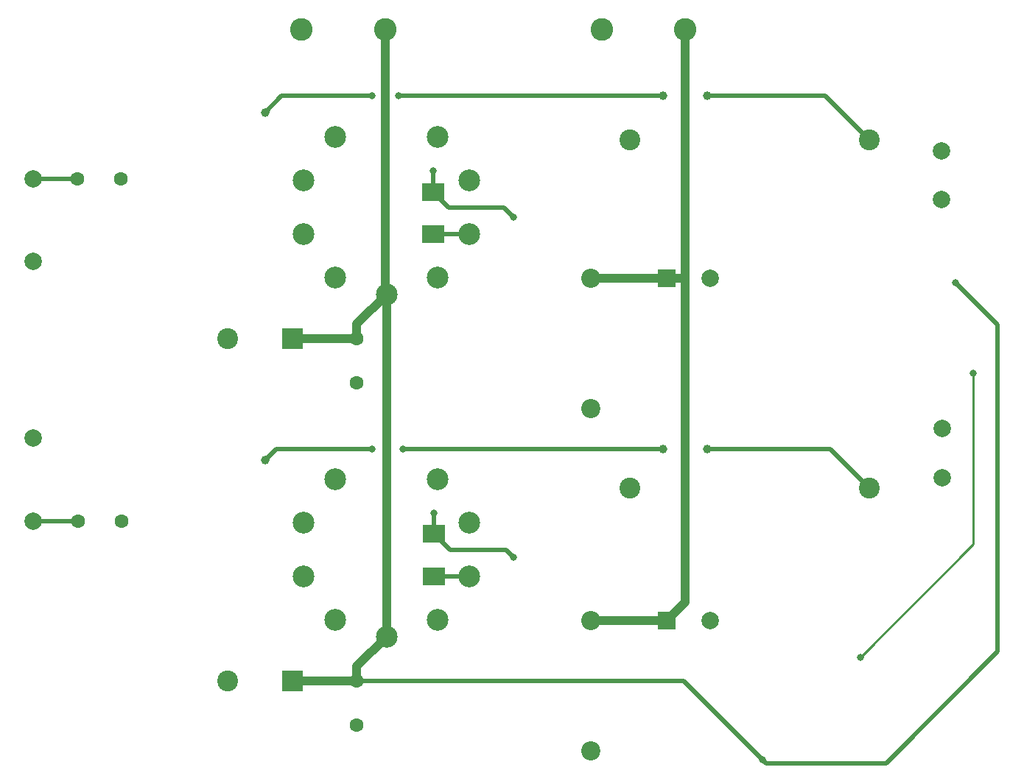
<source format=gbr>
G04 #@! TF.GenerationSoftware,KiCad,Pcbnew,(5.1.10-0-10_14)*
G04 #@! TF.CreationDate,2021-08-01T17:54:09+02:00*
G04 #@! TF.ProjectId,pre-amp-ecc88,7072652d-616d-4702-9d65-636338382e6b,rev?*
G04 #@! TF.SameCoordinates,Original*
G04 #@! TF.FileFunction,Copper,L2,Bot*
G04 #@! TF.FilePolarity,Positive*
%FSLAX46Y46*%
G04 Gerber Fmt 4.6, Leading zero omitted, Abs format (unit mm)*
G04 Created by KiCad (PCBNEW (5.1.10-0-10_14)) date 2021-08-01 17:54:09*
%MOMM*%
%LPD*%
G01*
G04 APERTURE LIST*
G04 #@! TA.AperFunction,ComponentPad*
%ADD10C,2.000000*%
G04 #@! TD*
G04 #@! TA.AperFunction,ComponentPad*
%ADD11R,2.000000X2.000000*%
G04 #@! TD*
G04 #@! TA.AperFunction,ComponentPad*
%ADD12C,2.499360*%
G04 #@! TD*
G04 #@! TA.AperFunction,SMDPad,CuDef*
%ADD13R,2.600000X2.100000*%
G04 #@! TD*
G04 #@! TA.AperFunction,ComponentPad*
%ADD14C,2.400000*%
G04 #@! TD*
G04 #@! TA.AperFunction,ComponentPad*
%ADD15R,2.400000X2.400000*%
G04 #@! TD*
G04 #@! TA.AperFunction,ComponentPad*
%ADD16C,1.600000*%
G04 #@! TD*
G04 #@! TA.AperFunction,ComponentPad*
%ADD17C,2.600000*%
G04 #@! TD*
G04 #@! TA.AperFunction,ComponentPad*
%ADD18C,2.200000*%
G04 #@! TD*
G04 #@! TA.AperFunction,ViaPad*
%ADD19C,1.000000*%
G04 #@! TD*
G04 #@! TA.AperFunction,ViaPad*
%ADD20C,0.800000*%
G04 #@! TD*
G04 #@! TA.AperFunction,Conductor*
%ADD21C,0.500000*%
G04 #@! TD*
G04 #@! TA.AperFunction,Conductor*
%ADD22C,1.000000*%
G04 #@! TD*
G04 #@! TA.AperFunction,Conductor*
%ADD23C,0.250000*%
G04 #@! TD*
G04 APERTURE END LIST*
D10*
X121636800Y-104749600D03*
D11*
X116636800Y-104749600D03*
D10*
X121636800Y-144119600D03*
D11*
X116636800Y-144119600D03*
D12*
X78562200Y-88519000D03*
X74930000Y-93522800D03*
X74930000Y-99695000D03*
X78562200Y-104698800D03*
X84439760Y-106608880D03*
X90317320Y-104698800D03*
X93949520Y-99695000D03*
X93949520Y-93522800D03*
X90317320Y-88519000D03*
X78562200Y-127889000D03*
X74930000Y-132892800D03*
X74930000Y-139065000D03*
X78562200Y-144068800D03*
X84439760Y-145978880D03*
X90317320Y-144068800D03*
X93949520Y-139065000D03*
X93949520Y-132892800D03*
X90317320Y-127889000D03*
D13*
X89789000Y-99732000D03*
X89789000Y-94832000D03*
X89916000Y-139065000D03*
X89916000Y-134165000D03*
D14*
X112395000Y-88900000D03*
X139895000Y-88900000D03*
X112395000Y-128905000D03*
X139895000Y-128905000D03*
X66160000Y-111760000D03*
D15*
X73660000Y-111760000D03*
D16*
X81026000Y-116760000D03*
X81026000Y-111760000D03*
D14*
X66160000Y-151130000D03*
D15*
X73660000Y-151130000D03*
D16*
X81026000Y-156130000D03*
X81026000Y-151130000D03*
D10*
X148209000Y-90106500D03*
X148209000Y-95758000D03*
D17*
X74676000Y-76200000D03*
X84328000Y-76200000D03*
D10*
X43815000Y-102870000D03*
X43815000Y-93345000D03*
D18*
X107886500Y-119775000D03*
X107886500Y-104775000D03*
D16*
X48895000Y-93345000D03*
X53895000Y-93345000D03*
D10*
X148272500Y-127698500D03*
X148272500Y-122047000D03*
D17*
X109220000Y-76200000D03*
X118745000Y-76200000D03*
D10*
X43815000Y-123190000D03*
X43815000Y-132715000D03*
D18*
X107886500Y-159145000D03*
X107886500Y-144145000D03*
D16*
X48975000Y-132715000D03*
X53975000Y-132715000D03*
D19*
X121285000Y-124460000D03*
X116205000Y-124460000D03*
X70485000Y-125730000D03*
D20*
X82804000Y-124460000D03*
X86360000Y-124460000D03*
X127635000Y-160147000D03*
X149860000Y-105283000D03*
D19*
X121285000Y-83820000D03*
X116205000Y-83820000D03*
X70485000Y-85725000D03*
D20*
X82804000Y-83820000D03*
X85852000Y-83820000D03*
X99060000Y-136906000D03*
X89916000Y-131826000D03*
X99060000Y-97790000D03*
X89789000Y-92456000D03*
X138906000Y-148368000D03*
X151892000Y-115697000D03*
D21*
X43815000Y-132715000D02*
X48975000Y-132715000D01*
D22*
X118745000Y-101600000D02*
X118745000Y-76200000D01*
X90410000Y-104791480D02*
X90317320Y-104698800D01*
X90170000Y-144216120D02*
X90317320Y-144068800D01*
X116611400Y-104775000D02*
X116636800Y-104749600D01*
X107911900Y-104749600D02*
X107886500Y-104775000D01*
X116636800Y-104749600D02*
X107911900Y-104749600D01*
X118516400Y-104749600D02*
X118745000Y-104521000D01*
X116636800Y-104749600D02*
X118516400Y-104749600D01*
X118745000Y-101600000D02*
X118745000Y-104521000D01*
X118745000Y-142011400D02*
X116636800Y-144119600D01*
X118745000Y-104521000D02*
X118745000Y-142011400D01*
X107911900Y-144119600D02*
X107886500Y-144145000D01*
X116636800Y-144119600D02*
X107911900Y-144119600D01*
D21*
X116205000Y-124460000D02*
X90170000Y-124460000D01*
X71755000Y-124460000D02*
X70485000Y-125730000D01*
X71755000Y-124460000D02*
X82804000Y-124460000D01*
X86360000Y-124460000D02*
X90170000Y-124460000D01*
X135450000Y-124460000D02*
X139895000Y-128905000D01*
X121285000Y-124460000D02*
X135450000Y-124460000D01*
D22*
X84455000Y-106624120D02*
X84439760Y-106608880D01*
X84455000Y-145994120D02*
X84439760Y-145978880D01*
X84328000Y-106497120D02*
X84439760Y-106608880D01*
X84328000Y-76200000D02*
X84328000Y-106497120D01*
X84439760Y-106608880D02*
X84439760Y-145978880D01*
X81026000Y-110022640D02*
X84439760Y-106608880D01*
X81026000Y-111760000D02*
X81026000Y-110022640D01*
X81026000Y-111760000D02*
X73660000Y-111760000D01*
X84439760Y-145978880D02*
X81026000Y-149392640D01*
X81026000Y-149392640D02*
X81026000Y-151130000D01*
X73660000Y-151130000D02*
X81026000Y-151130000D01*
D21*
X128034999Y-160546999D02*
X141840001Y-160546999D01*
X127635000Y-160147000D02*
X128034999Y-160546999D01*
X141840001Y-160546999D02*
X154686000Y-147701000D01*
X154686000Y-110109000D02*
X149860000Y-105283000D01*
X154686000Y-147701000D02*
X154686000Y-110109000D01*
X118618000Y-151130000D02*
X127635000Y-160147000D01*
X81026000Y-151130000D02*
X118618000Y-151130000D01*
X43815000Y-93345000D02*
X48895000Y-93345000D01*
X139895000Y-88900000D02*
X134815000Y-83820000D01*
X134815000Y-83820000D02*
X121285000Y-83820000D01*
X116205000Y-83820000D02*
X90170000Y-83820000D01*
X72390000Y-83820000D02*
X70485000Y-85725000D01*
X72390000Y-83820000D02*
X82804000Y-83820000D01*
X85852000Y-83820000D02*
X90170000Y-83820000D01*
X139954000Y-88959000D02*
X139895000Y-88900000D01*
X89916000Y-134165000D02*
X91768000Y-136017000D01*
X98171000Y-136017000D02*
X99060000Y-136906000D01*
X91768000Y-136017000D02*
X98171000Y-136017000D01*
X89916000Y-131826000D02*
X89916000Y-134165000D01*
X89789000Y-94832000D02*
X91604000Y-96647000D01*
X97917000Y-96647000D02*
X99060000Y-97790000D01*
X91604000Y-96647000D02*
X97917000Y-96647000D01*
X89789000Y-92456000D02*
X89789000Y-94832000D01*
X89916000Y-139065000D02*
X93949520Y-139065000D01*
X93912520Y-99732000D02*
X93949520Y-99695000D01*
X89789000Y-99732000D02*
X93912520Y-99732000D01*
D23*
X151892000Y-135382000D02*
X138906000Y-148368000D01*
X151892000Y-115697000D02*
X151892000Y-135382000D01*
M02*

</source>
